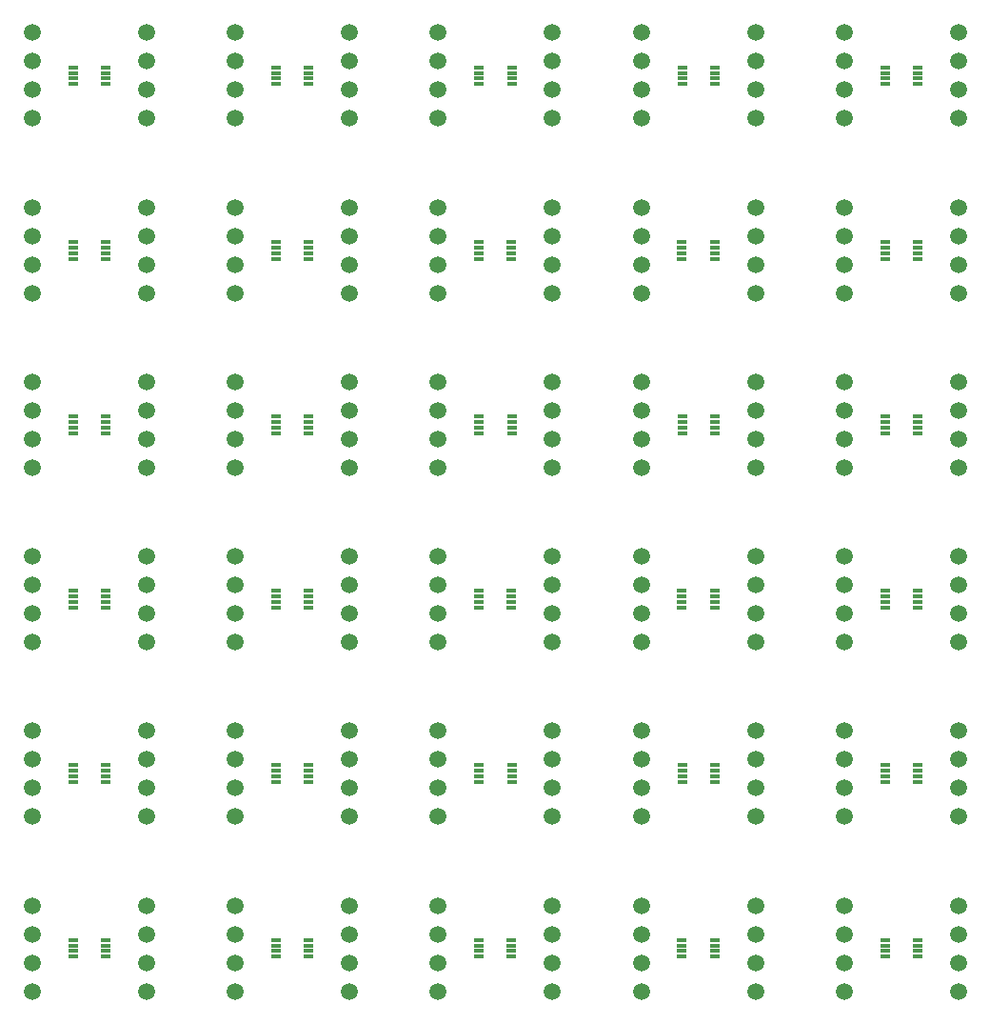
<source format=gts>
G04 #@! TF.GenerationSoftware,KiCad,Pcbnew,(5.1.10-1-10_14)*
G04 #@! TF.CreationDate,2021-06-11T14:29:54-07:00*
G04 #@! TF.ProjectId,master4.2Vregulator,6d617374-6572-4342-9e32-56726567756c,rev?*
G04 #@! TF.SameCoordinates,Original*
G04 #@! TF.FileFunction,Soldermask,Top*
G04 #@! TF.FilePolarity,Negative*
%FSLAX46Y46*%
G04 Gerber Fmt 4.6, Leading zero omitted, Abs format (unit mm)*
G04 Created by KiCad (PCBNEW (5.1.10-1-10_14)) date 2021-06-11 14:29:54*
%MOMM*%
%LPD*%
G01*
G04 APERTURE LIST*
%ADD10C,1.500000*%
%ADD11R,0.850000X0.300000*%
G04 APERTURE END LIST*
D10*
X181080000Y-134730000D03*
X181080000Y-139810000D03*
X181080000Y-137270000D03*
X181080000Y-142350000D03*
X191240000Y-142350000D03*
X191240000Y-139810000D03*
X191240000Y-137270000D03*
X191240000Y-134730000D03*
D11*
X184710000Y-137790000D03*
X184710000Y-138290000D03*
X184710000Y-138790000D03*
X184710000Y-139290000D03*
X187610000Y-139290000D03*
X187610000Y-138790000D03*
X187610000Y-138290000D03*
X187610000Y-137790000D03*
D10*
X163020000Y-134730000D03*
X163020000Y-139810000D03*
X163020000Y-137270000D03*
X163020000Y-142350000D03*
X173180000Y-142350000D03*
X173180000Y-139810000D03*
X173180000Y-137270000D03*
X173180000Y-134730000D03*
D11*
X166650000Y-137790000D03*
X166650000Y-138290000D03*
X166650000Y-138790000D03*
X166650000Y-139290000D03*
X169550000Y-139290000D03*
X169550000Y-138790000D03*
X169550000Y-138290000D03*
X169550000Y-137790000D03*
D10*
X144960000Y-134730000D03*
X144960000Y-139810000D03*
X144960000Y-137270000D03*
X144960000Y-142350000D03*
X155120000Y-142350000D03*
X155120000Y-139810000D03*
X155120000Y-137270000D03*
X155120000Y-134730000D03*
D11*
X148590000Y-137790000D03*
X148590000Y-138290000D03*
X148590000Y-138790000D03*
X148590000Y-139290000D03*
X151490000Y-139290000D03*
X151490000Y-138790000D03*
X151490000Y-138290000D03*
X151490000Y-137790000D03*
D10*
X126900000Y-134730000D03*
X126900000Y-139810000D03*
X126900000Y-137270000D03*
X126900000Y-142350000D03*
X137060000Y-142350000D03*
X137060000Y-139810000D03*
X137060000Y-137270000D03*
X137060000Y-134730000D03*
D11*
X130530000Y-137790000D03*
X130530000Y-138290000D03*
X130530000Y-138790000D03*
X130530000Y-139290000D03*
X133430000Y-139290000D03*
X133430000Y-138790000D03*
X133430000Y-138290000D03*
X133430000Y-137790000D03*
D10*
X108840000Y-134730000D03*
X108840000Y-139810000D03*
X108840000Y-137270000D03*
X108840000Y-142350000D03*
X119000000Y-142350000D03*
X119000000Y-139810000D03*
X119000000Y-137270000D03*
X119000000Y-134730000D03*
D11*
X112470000Y-137790000D03*
X112470000Y-138290000D03*
X112470000Y-138790000D03*
X112470000Y-139290000D03*
X115370000Y-139290000D03*
X115370000Y-138790000D03*
X115370000Y-138290000D03*
X115370000Y-137790000D03*
D10*
X181080000Y-103710000D03*
X181080000Y-108790000D03*
X181080000Y-106250000D03*
X181080000Y-111330000D03*
X191240000Y-111330000D03*
X191240000Y-108790000D03*
X191240000Y-106250000D03*
X191240000Y-103710000D03*
D11*
X184710000Y-106770000D03*
X184710000Y-107270000D03*
X184710000Y-107770000D03*
X184710000Y-108270000D03*
X187610000Y-108270000D03*
X187610000Y-107770000D03*
X187610000Y-107270000D03*
X187610000Y-106770000D03*
D10*
X163020000Y-103710000D03*
X163020000Y-108790000D03*
X163020000Y-106250000D03*
X163020000Y-111330000D03*
X173180000Y-111330000D03*
X173180000Y-108790000D03*
X173180000Y-106250000D03*
X173180000Y-103710000D03*
D11*
X166650000Y-106770000D03*
X166650000Y-107270000D03*
X166650000Y-107770000D03*
X166650000Y-108270000D03*
X169550000Y-108270000D03*
X169550000Y-107770000D03*
X169550000Y-107270000D03*
X169550000Y-106770000D03*
D10*
X144960000Y-103710000D03*
X144960000Y-108790000D03*
X144960000Y-106250000D03*
X144960000Y-111330000D03*
X155120000Y-111330000D03*
X155120000Y-108790000D03*
X155120000Y-106250000D03*
X155120000Y-103710000D03*
D11*
X148590000Y-106770000D03*
X148590000Y-107270000D03*
X148590000Y-107770000D03*
X148590000Y-108270000D03*
X151490000Y-108270000D03*
X151490000Y-107770000D03*
X151490000Y-107270000D03*
X151490000Y-106770000D03*
D10*
X126900000Y-103710000D03*
X126900000Y-108790000D03*
X126900000Y-106250000D03*
X126900000Y-111330000D03*
X137060000Y-111330000D03*
X137060000Y-108790000D03*
X137060000Y-106250000D03*
X137060000Y-103710000D03*
D11*
X130530000Y-106770000D03*
X130530000Y-107270000D03*
X130530000Y-107770000D03*
X130530000Y-108270000D03*
X133430000Y-108270000D03*
X133430000Y-107770000D03*
X133430000Y-107270000D03*
X133430000Y-106770000D03*
D10*
X108840000Y-103710000D03*
X108840000Y-108790000D03*
X108840000Y-106250000D03*
X108840000Y-111330000D03*
X119000000Y-111330000D03*
X119000000Y-108790000D03*
X119000000Y-106250000D03*
X119000000Y-103710000D03*
D11*
X112470000Y-106770000D03*
X112470000Y-107270000D03*
X112470000Y-107770000D03*
X112470000Y-108270000D03*
X115370000Y-108270000D03*
X115370000Y-107770000D03*
X115370000Y-107270000D03*
X115370000Y-106770000D03*
D10*
X181080000Y-72690000D03*
X181080000Y-77770000D03*
X181080000Y-75230000D03*
X181080000Y-80310000D03*
X191240000Y-80310000D03*
X191240000Y-77770000D03*
X191240000Y-75230000D03*
X191240000Y-72690000D03*
D11*
X184710000Y-75750000D03*
X184710000Y-76250000D03*
X184710000Y-76750000D03*
X184710000Y-77250000D03*
X187610000Y-77250000D03*
X187610000Y-76750000D03*
X187610000Y-76250000D03*
X187610000Y-75750000D03*
D10*
X163020000Y-72690000D03*
X163020000Y-77770000D03*
X163020000Y-75230000D03*
X163020000Y-80310000D03*
X173180000Y-80310000D03*
X173180000Y-77770000D03*
X173180000Y-75230000D03*
X173180000Y-72690000D03*
D11*
X166650000Y-75750000D03*
X166650000Y-76250000D03*
X166650000Y-76750000D03*
X166650000Y-77250000D03*
X169550000Y-77250000D03*
X169550000Y-76750000D03*
X169550000Y-76250000D03*
X169550000Y-75750000D03*
D10*
X144960000Y-72690000D03*
X144960000Y-77770000D03*
X144960000Y-75230000D03*
X144960000Y-80310000D03*
X155120000Y-80310000D03*
X155120000Y-77770000D03*
X155120000Y-75230000D03*
X155120000Y-72690000D03*
D11*
X148590000Y-75750000D03*
X148590000Y-76250000D03*
X148590000Y-76750000D03*
X148590000Y-77250000D03*
X151490000Y-77250000D03*
X151490000Y-76750000D03*
X151490000Y-76250000D03*
X151490000Y-75750000D03*
D10*
X126900000Y-72690000D03*
X126900000Y-77770000D03*
X126900000Y-75230000D03*
X126900000Y-80310000D03*
X137060000Y-80310000D03*
X137060000Y-77770000D03*
X137060000Y-75230000D03*
X137060000Y-72690000D03*
D11*
X130530000Y-75750000D03*
X130530000Y-76250000D03*
X130530000Y-76750000D03*
X130530000Y-77250000D03*
X133430000Y-77250000D03*
X133430000Y-76750000D03*
X133430000Y-76250000D03*
X133430000Y-75750000D03*
D10*
X181090000Y-119210000D03*
X181090000Y-121750000D03*
X181090000Y-124290000D03*
X181090000Y-126830000D03*
X191250000Y-126830000D03*
X191250000Y-124290000D03*
X191250000Y-121750000D03*
X191250000Y-119210000D03*
D11*
X187620000Y-122270000D03*
X187620000Y-122770000D03*
X187620000Y-123270000D03*
X187620000Y-123770000D03*
X184720000Y-123770000D03*
X184720000Y-123270000D03*
X184720000Y-122770000D03*
X184720000Y-122270000D03*
D10*
X163030000Y-119210000D03*
X163030000Y-121750000D03*
X163030000Y-124290000D03*
X163030000Y-126830000D03*
X173190000Y-126830000D03*
X173190000Y-124290000D03*
X173190000Y-121750000D03*
X173190000Y-119210000D03*
D11*
X169560000Y-122270000D03*
X169560000Y-122770000D03*
X169560000Y-123270000D03*
X169560000Y-123770000D03*
X166660000Y-123770000D03*
X166660000Y-123270000D03*
X166660000Y-122770000D03*
X166660000Y-122270000D03*
D10*
X144970000Y-119210000D03*
X144970000Y-121750000D03*
X144970000Y-124290000D03*
X144970000Y-126830000D03*
X155130000Y-126830000D03*
X155130000Y-124290000D03*
X155130000Y-121750000D03*
X155130000Y-119210000D03*
D11*
X151500000Y-122270000D03*
X151500000Y-122770000D03*
X151500000Y-123270000D03*
X151500000Y-123770000D03*
X148600000Y-123770000D03*
X148600000Y-123270000D03*
X148600000Y-122770000D03*
X148600000Y-122270000D03*
D10*
X126910000Y-119210000D03*
X126910000Y-121750000D03*
X126910000Y-124290000D03*
X126910000Y-126830000D03*
X137070000Y-126830000D03*
X137070000Y-124290000D03*
X137070000Y-121750000D03*
X137070000Y-119210000D03*
D11*
X133440000Y-122270000D03*
X133440000Y-122770000D03*
X133440000Y-123270000D03*
X133440000Y-123770000D03*
X130540000Y-123770000D03*
X130540000Y-123270000D03*
X130540000Y-122770000D03*
X130540000Y-122270000D03*
D10*
X108850000Y-119210000D03*
X108850000Y-121750000D03*
X108850000Y-124290000D03*
X108850000Y-126830000D03*
X119010000Y-126830000D03*
X119010000Y-124290000D03*
X119010000Y-121750000D03*
X119010000Y-119210000D03*
D11*
X115380000Y-122270000D03*
X115380000Y-122770000D03*
X115380000Y-123270000D03*
X115380000Y-123770000D03*
X112480000Y-123770000D03*
X112480000Y-123270000D03*
X112480000Y-122770000D03*
X112480000Y-122270000D03*
D10*
X181090000Y-88190000D03*
X181090000Y-90730000D03*
X181090000Y-93270000D03*
X181090000Y-95810000D03*
X191250000Y-95810000D03*
X191250000Y-93270000D03*
X191250000Y-90730000D03*
X191250000Y-88190000D03*
D11*
X187620000Y-91250000D03*
X187620000Y-91750000D03*
X187620000Y-92250000D03*
X187620000Y-92750000D03*
X184720000Y-92750000D03*
X184720000Y-92250000D03*
X184720000Y-91750000D03*
X184720000Y-91250000D03*
D10*
X163030000Y-88190000D03*
X163030000Y-90730000D03*
X163030000Y-93270000D03*
X163030000Y-95810000D03*
X173190000Y-95810000D03*
X173190000Y-93270000D03*
X173190000Y-90730000D03*
X173190000Y-88190000D03*
D11*
X169560000Y-91250000D03*
X169560000Y-91750000D03*
X169560000Y-92250000D03*
X169560000Y-92750000D03*
X166660000Y-92750000D03*
X166660000Y-92250000D03*
X166660000Y-91750000D03*
X166660000Y-91250000D03*
D10*
X144970000Y-88190000D03*
X144970000Y-90730000D03*
X144970000Y-93270000D03*
X144970000Y-95810000D03*
X155130000Y-95810000D03*
X155130000Y-93270000D03*
X155130000Y-90730000D03*
X155130000Y-88190000D03*
D11*
X151500000Y-91250000D03*
X151500000Y-91750000D03*
X151500000Y-92250000D03*
X151500000Y-92750000D03*
X148600000Y-92750000D03*
X148600000Y-92250000D03*
X148600000Y-91750000D03*
X148600000Y-91250000D03*
D10*
X126910000Y-88190000D03*
X126910000Y-90730000D03*
X126910000Y-93270000D03*
X126910000Y-95810000D03*
X137070000Y-95810000D03*
X137070000Y-93270000D03*
X137070000Y-90730000D03*
X137070000Y-88190000D03*
D11*
X133440000Y-91250000D03*
X133440000Y-91750000D03*
X133440000Y-92250000D03*
X133440000Y-92750000D03*
X130540000Y-92750000D03*
X130540000Y-92250000D03*
X130540000Y-91750000D03*
X130540000Y-91250000D03*
D10*
X108850000Y-88190000D03*
X108850000Y-90730000D03*
X108850000Y-93270000D03*
X108850000Y-95810000D03*
X119010000Y-95810000D03*
X119010000Y-93270000D03*
X119010000Y-90730000D03*
X119010000Y-88190000D03*
D11*
X115380000Y-91250000D03*
X115380000Y-91750000D03*
X115380000Y-92250000D03*
X115380000Y-92750000D03*
X112480000Y-92750000D03*
X112480000Y-92250000D03*
X112480000Y-91750000D03*
X112480000Y-91250000D03*
D10*
X181090000Y-57170000D03*
X181090000Y-59710000D03*
X181090000Y-62250000D03*
X181090000Y-64790000D03*
X191250000Y-64790000D03*
X191250000Y-62250000D03*
X191250000Y-59710000D03*
X191250000Y-57170000D03*
D11*
X187620000Y-60230000D03*
X187620000Y-60730000D03*
X187620000Y-61230000D03*
X187620000Y-61730000D03*
X184720000Y-61730000D03*
X184720000Y-61230000D03*
X184720000Y-60730000D03*
X184720000Y-60230000D03*
D10*
X163030000Y-57170000D03*
X163030000Y-59710000D03*
X163030000Y-62250000D03*
X163030000Y-64790000D03*
X173190000Y-64790000D03*
X173190000Y-62250000D03*
X173190000Y-59710000D03*
X173190000Y-57170000D03*
D11*
X169560000Y-60230000D03*
X169560000Y-60730000D03*
X169560000Y-61230000D03*
X169560000Y-61730000D03*
X166660000Y-61730000D03*
X166660000Y-61230000D03*
X166660000Y-60730000D03*
X166660000Y-60230000D03*
D10*
X144970000Y-57170000D03*
X144970000Y-59710000D03*
X144970000Y-62250000D03*
X144970000Y-64790000D03*
X155130000Y-64790000D03*
X155130000Y-62250000D03*
X155130000Y-59710000D03*
X155130000Y-57170000D03*
D11*
X151500000Y-60230000D03*
X151500000Y-60730000D03*
X151500000Y-61230000D03*
X151500000Y-61730000D03*
X148600000Y-61730000D03*
X148600000Y-61230000D03*
X148600000Y-60730000D03*
X148600000Y-60230000D03*
D10*
X126910000Y-57170000D03*
X126910000Y-59710000D03*
X126910000Y-62250000D03*
X126910000Y-64790000D03*
X137070000Y-64790000D03*
X137070000Y-62250000D03*
X137070000Y-59710000D03*
X137070000Y-57170000D03*
D11*
X133440000Y-60230000D03*
X133440000Y-60730000D03*
X133440000Y-61230000D03*
X133440000Y-61730000D03*
X130540000Y-61730000D03*
X130540000Y-61230000D03*
X130540000Y-60730000D03*
X130540000Y-60230000D03*
X112480000Y-60230000D03*
X112480000Y-60730000D03*
X112480000Y-61230000D03*
X112480000Y-61730000D03*
X115380000Y-61730000D03*
X115380000Y-61230000D03*
X115380000Y-60730000D03*
X115380000Y-60230000D03*
D10*
X119010000Y-57170000D03*
X119010000Y-59710000D03*
X119010000Y-62250000D03*
X119010000Y-64790000D03*
X108850000Y-64790000D03*
X108850000Y-62250000D03*
X108850000Y-59710000D03*
X108850000Y-57170000D03*
D11*
X115370000Y-75750000D03*
X115370000Y-76250000D03*
X115370000Y-76750000D03*
X115370000Y-77250000D03*
X112470000Y-77250000D03*
X112470000Y-76750000D03*
X112470000Y-76250000D03*
X112470000Y-75750000D03*
D10*
X119000000Y-72690000D03*
X119000000Y-75230000D03*
X119000000Y-77770000D03*
X119000000Y-80310000D03*
X108840000Y-80310000D03*
X108840000Y-75230000D03*
X108840000Y-77770000D03*
X108840000Y-72690000D03*
M02*

</source>
